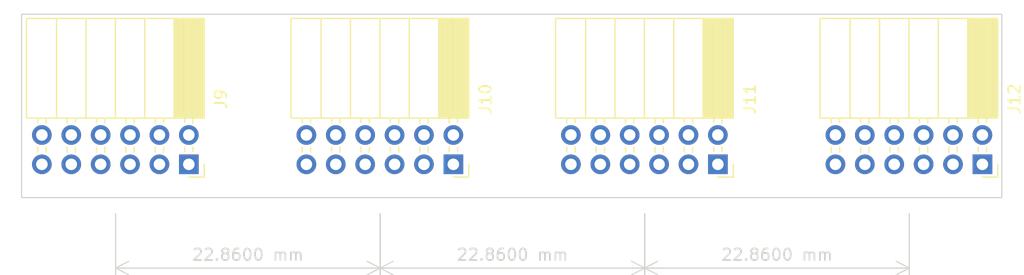
<source format=kicad_pcb>
(kicad_pcb (version 20240108) (generator "pcbnew") (generator_version "8.0")
  (layers (0 "F.Cu" signal) (31 "B.Cu" signal) (34 "B.Paste" user) (35 "F.Paste" user) (36 "B.SilkS" user "B.Silkscreen") (37 "F.SilkS" user "F.Silkscreen") (38 "B.Mask" user) (39 "F.Mask" user) (44 "Edge.Cuts" user))
  (net 0 "")
  (footprint "Connector_PinSocket_2.54mm:PinSocket_2x06_P2.54mm_Horizontal" (layer "F.Cu") (at 177.524 100.416 -90)
    (property "Reference" "J12" (at -5.65 -2.77 90) (layer "F.SilkS"))
    (property "Value" "Conn_02x06_Odd_Even")
    (fp_line (start -12.63 14.03) (end -4 14.03) (stroke (width 0.12)) (layer "F.SilkS"))
    (fp_line (start -4 13.06) (end -3.59 13.06) (stroke (width 0.12)) (layer "F.SilkS"))
    (fp_line (start -1.49 13.06) (end -1.05 13.06) (stroke (width 0.12)) (layer "F.SilkS"))
    (fp_line (start -4 12.34) (end -3.59 12.34) (stroke (width 0.12)) (layer "F.SilkS"))
    (fp_line (start -1.49 12.34) (end -1.05 12.34) (stroke (width 0.12)) (layer "F.SilkS"))
    (fp_line (start -12.63 11.43) (end -4 11.43) (stroke (width 0.12)) (layer "F.SilkS"))
    (fp_line (start -4 10.52) (end -3.59 10.52) (stroke (width 0.12)) (layer "F.SilkS"))
    (fp_line (start -1.49 10.52) (end -1.05 10.52) (stroke (width 0.12)) (layer "F.SilkS"))
    (fp_line (start -4 9.8) (end -3.59 9.8) (stroke (width 0.12)) (layer "F.SilkS"))
    (fp_line (start -1.49 9.8) (end -1.05 9.8) (stroke (width 0.12)) (layer "F.SilkS"))
    (fp_line (start -12.63 8.89) (end -4 8.89) (stroke (width 0.12)) (layer "F.SilkS"))
    (fp_line (start -4 7.98) (end -3.59 7.98) (stroke (width 0.12)) (layer "F.SilkS"))
    (fp_line (start -1.49 7.98) (end -1.05 7.98) (stroke (width 0.12)) (layer "F.SilkS"))
    (fp_line (start -4 7.26) (end -3.59 7.26) (stroke (width 0.12)) (layer "F.SilkS"))
    (fp_line (start -1.49 7.26) (end -1.05 7.26) (stroke (width 0.12)) (layer "F.SilkS"))
    (fp_line (start -12.63 6.35) (end -4 6.35) (stroke (width 0.12)) (layer "F.SilkS"))
    (fp_line (start -4 5.44) (end -3.59 5.44) (stroke (width 0.12)) (layer "F.SilkS"))
    (fp_line (start -1.49 5.44) (end -1.05 5.44) (stroke (width 0.12)) (layer "F.SilkS"))
    (fp_line (start -4 4.72) (end -3.59 4.72) (stroke (width 0.12)) (layer "F.SilkS"))
    (fp_line (start -1.49 4.72) (end -1.05 4.72) (stroke (width 0.12)) (layer "F.SilkS"))
    (fp_line (start -12.63 3.81) (end -4 3.81) (stroke (width 0.12)) (layer "F.SilkS"))
    (fp_line (start -4 2.9) (end -3.59 2.9) (stroke (width 0.12)) (layer "F.SilkS"))
    (fp_line (start -1.49 2.9) (end -1.05 2.9) (stroke (width 0.12)) (layer "F.SilkS"))
    (fp_line (start -4 2.18) (end -3.59 2.18) (stroke (width 0.12)) (layer "F.SilkS"))
    (fp_line (start -1.49 2.18) (end -1.05 2.18) (stroke (width 0.12)) (layer "F.SilkS"))
    (fp_line (start -12.63 1.27) (end -4 1.27) (stroke (width 0.12)) (layer "F.SilkS"))
    (fp_line (start -12.63 1.1519) (end -4 1.1519) (stroke (width 0.12)) (layer "F.SilkS"))
    (fp_line (start -12.63 1.033805) (end -4 1.033805) (stroke (width 0.12)) (layer "F.SilkS"))
    (fp_line (start -12.63 0.91571) (end -4 0.91571) (stroke (width 0.12)) (layer "F.SilkS"))
    (fp_line (start -12.63 0.797615) (end -4 0.797615) (stroke (width 0.12)) (layer "F.SilkS"))
    (fp_line (start -12.63 0.67952) (end -4 0.67952) (stroke (width 0.12)) (layer "F.SilkS"))
    (fp_line (start -12.63 0.561425) (end -4 0.561425) (stroke (width 0.12)) (layer "F.SilkS"))
    (fp_line (start -12.63 0.44333) (end -4 0.44333) (stroke (width 0.12)) (layer "F.SilkS"))
    (fp_line (start -4 0.36) (end -3.59 0.36) (stroke (width 0.12)) (layer "F.SilkS"))
    (fp_line (start -1.49 0.36) (end -1.11 0.36) (stroke (width 0.12)) (layer "F.SilkS"))
    (fp_line (start -12.63 0.325235) (end -4 0.325235) (stroke (width 0.12)) (layer "F.SilkS"))
    (fp_line (start -12.63 0.20714) (end -4 0.20714) (stroke (width 0.12)) (layer "F.SilkS"))
    (fp_line (start -12.63 0.089045) (end -4 0.089045) (stroke (width 0.12)) (layer "F.SilkS"))
    (fp_line (start -12.63 -0.02905) (end -4 -0.02905) (stroke (width 0.12)) (layer "F.SilkS"))
    (fp_line (start -12.63 -0.147145) (end -4 -0.147145) (stroke (width 0.12)) (layer "F.SilkS"))
    (fp_line (start -12.63 -0.26524) (end -4 -0.26524) (stroke (width 0.12)) (layer "F.SilkS"))
    (fp_line (start -4 -0.36) (end -3.59 -0.36) (stroke (width 0.12)) (layer "F.SilkS"))
    (fp_line (start -1.49 -0.36) (end -1.11 -0.36) (stroke (width 0.12)) (layer "F.SilkS"))
    (fp_line (start -12.63 -0.383335) (end -4 -0.383335) (stroke (width 0.12)) (layer "F.SilkS"))
    (fp_line (start -12.63 -0.50143) (end -4 -0.50143) (stroke (width 0.12)) (layer "F.SilkS"))
    (fp_line (start -12.63 -0.619525) (end -4 -0.619525) (stroke (width 0.12)) (layer "F.SilkS"))
    (fp_line (start -12.63 -0.73762) (end -4 -0.73762) (stroke (width 0.12)) (layer "F.SilkS"))
    (fp_line (start -12.63 -0.855715) (end -4 -0.855715) (stroke (width 0.12)) (layer "F.SilkS"))
    (fp_line (start -12.63 -0.97381) (end -4 -0.97381) (stroke (width 0.12)) (layer "F.SilkS"))
    (fp_line (start -12.63 -1.091905) (end -4 -1.091905) (stroke (width 0.12)) (layer "F.SilkS"))
    (fp_line (start -12.63 -1.21) (end -4 -1.21) (stroke (width 0.12)) (layer "F.SilkS"))
    (fp_line (start -12.63 -1.33) (end -12.63 14.03) (stroke (width 0.12)) (layer "F.SilkS"))
    (fp_line (start -12.63 -1.33) (end -4 -1.33) (stroke (width 0.12)) (layer "F.SilkS"))
    (fp_line (start -4 -1.33) (end -4 14.03) (stroke (width 0.12)) (layer "F.SilkS"))
    (fp_line (start 0 -1.33) (end 1.11 -1.33) (stroke (width 0.12)) (layer "F.SilkS"))
    (fp_line (start 1.11 -1.33) (end 1.11 0) (stroke (width 0.12)) (layer "F.SilkS"))
    (pad "1" thru_hole rect (at 0 0 270) (size 1.7 1.7) (drill 1) (layers "*.Cu" "*.Mask"))
    (pad "2" thru_hole oval (at -2.54 0 270) (size 1.7 1.7) (drill 1) (layers "*.Cu" "*.Mask"))
    (pad "3" thru_hole oval (at 0 2.54 270) (size 1.7 1.7) (drill 1) (layers "*.Cu" "*.Mask"))
    (pad "4" thru_hole oval (at -2.54 2.54 270) (size 1.7 1.7) (drill 1) (layers "*.Cu" "*.Mask"))
    (pad "5" thru_hole oval (at 0 5.08 270) (size 1.7 1.7) (drill 1) (layers "*.Cu" "*.Mask"))
    (pad "6" thru_hole oval (at -2.54 5.08 270) (size 1.7 1.7) (drill 1) (layers "*.Cu" "*.Mask"))
    (pad "7" thru_hole oval (at 0 7.62 270) (size 1.7 1.7) (drill 1) (layers "*.Cu" "*.Mask"))
    (pad "8" thru_hole oval (at -2.54 7.62 270) (size 1.7 1.7) (drill 1) (layers "*.Cu" "*.Mask"))
    (pad "9" thru_hole oval (at 0 10.16 270) (size 1.7 1.7) (drill 1) (layers "*.Cu" "*.Mask"))
    (pad "10" thru_hole oval (at -2.54 10.16 270) (size 1.7 1.7) (drill 1) (layers "*.Cu" "*.Mask"))
    (pad "11" thru_hole oval (at 0 12.7 270) (size 1.7 1.7) (drill 1) (layers "*.Cu" "*.Mask"))
    (pad "12" thru_hole oval (at -2.54 12.7 270) (size 1.7 1.7) (drill 1) (layers "*.Cu" "*.Mask"))
  )
  (footprint "Connector_PinSocket_2.54mm:PinSocket_2x06_P2.54mm_Horizontal" (layer "F.Cu") (at 154.664 100.416 -90)
    (property "Reference" "J11" (at -5.65 -2.77 90) (layer "F.SilkS"))
    (property "Value" "Conn_02x06_Odd_Even")
    (fp_line (start -12.63 14.03) (end -4 14.03) (stroke (width 0.12)) (layer "F.SilkS"))
    (fp_line (start -4 13.06) (end -3.59 13.06) (stroke (width 0.12)) (layer "F.SilkS"))
    (fp_line (start -1.49 13.06) (end -1.05 13.06) (stroke (width 0.12)) (layer "F.SilkS"))
    (fp_line (start -4 12.34) (end -3.59 12.34) (stroke (width 0.12)) (layer "F.SilkS"))
    (fp_line (start -1.49 12.34) (end -1.05 12.34) (stroke (width 0.12)) (layer "F.SilkS"))
    (fp_line (start -12.63 11.43) (end -4 11.43) (stroke (width 0.12)) (layer "F.SilkS"))
    (fp_line (start -4 10.52) (end -3.59 10.52) (stroke (width 0.12)) (layer "F.SilkS"))
    (fp_line (start -1.49 10.52) (end -1.05 10.52) (stroke (width 0.12)) (layer "F.SilkS"))
    (fp_line (start -4 9.8) (end -3.59 9.8) (stroke (width 0.12)) (layer "F.SilkS"))
    (fp_line (start -1.49 9.8) (end -1.05 9.8) (stroke (width 0.12)) (layer "F.SilkS"))
    (fp_line (start -12.63 8.89) (end -4 8.89) (stroke (width 0.12)) (layer "F.SilkS"))
    (fp_line (start -4 7.98) (end -3.59 7.98) (stroke (width 0.12)) (layer "F.SilkS"))
    (fp_line (start -1.49 7.98) (end -1.05 7.98) (stroke (width 0.12)) (layer "F.SilkS"))
    (fp_line (start -4 7.26) (end -3.59 7.26) (stroke (width 0.12)) (layer "F.SilkS"))
    (fp_line (start -1.49 7.26) (end -1.05 7.26) (stroke (width 0.12)) (layer "F.SilkS"))
    (fp_line (start -12.63 6.35) (end -4 6.35) (stroke (width 0.12)) (layer "F.SilkS"))
    (fp_line (start -4 5.44) (end -3.59 5.44) (stroke (width 0.12)) (layer "F.SilkS"))
    (fp_line (start -1.49 5.44) (end -1.05 5.44) (stroke (width 0.12)) (layer "F.SilkS"))
    (fp_line (start -4 4.72) (end -3.59 4.72) (stroke (width 0.12)) (layer "F.SilkS"))
    (fp_line (start -1.49 4.72) (end -1.05 4.72) (stroke (width 0.12)) (layer "F.SilkS"))
    (fp_line (start -12.63 3.81) (end -4 3.81) (stroke (width 0.12)) (layer "F.SilkS"))
    (fp_line (start -4 2.9) (end -3.59 2.9) (stroke (width 0.12)) (layer "F.SilkS"))
    (fp_line (start -1.49 2.9) (end -1.05 2.9) (stroke (width 0.12)) (layer "F.SilkS"))
    (fp_line (start -4 2.18) (end -3.59 2.18) (stroke (width 0.12)) (layer "F.SilkS"))
    (fp_line (start -1.49 2.18) (end -1.05 2.18) (stroke (width 0.12)) (layer "F.SilkS"))
    (fp_line (start -12.63 1.27) (end -4 1.27) (stroke (width 0.12)) (layer "F.SilkS"))
    (fp_line (start -12.63 1.1519) (end -4 1.1519) (stroke (width 0.12)) (layer "F.SilkS"))
    (fp_line (start -12.63 1.033805) (end -4 1.033805) (stroke (width 0.12)) (layer "F.SilkS"))
    (fp_line (start -12.63 0.91571) (end -4 0.91571) (stroke (width 0.12)) (layer "F.SilkS"))
    (fp_line (start -12.63 0.797615) (end -4 0.797615) (stroke (width 0.12)) (layer "F.SilkS"))
    (fp_line (start -12.63 0.67952) (end -4 0.67952) (stroke (width 0.12)) (layer "F.SilkS"))
    (fp_line (start -12.63 0.561425) (end -4 0.561425) (stroke (width 0.12)) (layer "F.SilkS"))
    (fp_line (start -12.63 0.44333) (end -4 0.44333) (stroke (width 0.12)) (layer "F.SilkS"))
    (fp_line (start -4 0.36) (end -3.59 0.36) (stroke (width 0.12)) (layer "F.SilkS"))
    (fp_line (start -1.49 0.36) (end -1.11 0.36) (stroke (width 0.12)) (layer "F.SilkS"))
    (fp_line (start -12.63 0.325235) (end -4 0.325235) (stroke (width 0.12)) (layer "F.SilkS"))
    (fp_line (start -12.63 0.20714) (end -4 0.20714) (stroke (width 0.12)) (layer "F.SilkS"))
    (fp_line (start -12.63 0.089045) (end -4 0.089045) (stroke (width 0.12)) (layer "F.SilkS"))
    (fp_line (start -12.63 -0.02905) (end -4 -0.02905) (stroke (width 0.12)) (layer "F.SilkS"))
    (fp_line (start -12.63 -0.147145) (end -4 -0.147145) (stroke (width 0.12)) (layer "F.SilkS"))
    (fp_line (start -12.63 -0.26524) (end -4 -0.26524) (stroke (width 0.12)) (layer "F.SilkS"))
    (fp_line (start -4 -0.36) (end -3.59 -0.36) (stroke (width 0.12)) (layer "F.SilkS"))
    (fp_line (start -1.49 -0.36) (end -1.11 -0.36) (stroke (width 0.12)) (layer "F.SilkS"))
    (fp_line (start -12.63 -0.383335) (end -4 -0.383335) (stroke (width 0.12)) (layer "F.SilkS"))
    (fp_line (start -12.63 -0.50143) (end -4 -0.50143) (stroke (width 0.12)) (layer "F.SilkS"))
    (fp_line (start -12.63 -0.619525) (end -4 -0.619525) (stroke (width 0.12)) (layer "F.SilkS"))
    (fp_line (start -12.63 -0.73762) (end -4 -0.73762) (stroke (width 0.12)) (layer "F.SilkS"))
    (fp_line (start -12.63 -0.855715) (end -4 -0.855715) (stroke (width 0.12)) (layer "F.SilkS"))
    (fp_line (start -12.63 -0.97381) (end -4 -0.97381) (stroke (width 0.12)) (layer "F.SilkS"))
    (fp_line (start -12.63 -1.091905) (end -4 -1.091905) (stroke (width 0.12)) (layer "F.SilkS"))
    (fp_line (start -12.63 -1.21) (end -4 -1.21) (stroke (width 0.12)) (layer "F.SilkS"))
    (fp_line (start -12.63 -1.33) (end -12.63 14.03) (stroke (width 0.12)) (layer "F.SilkS"))
    (fp_line (start -12.63 -1.33) (end -4 -1.33) (stroke (width 0.12)) (layer "F.SilkS"))
    (fp_line (start -4 -1.33) (end -4 14.03) (stroke (width 0.12)) (layer "F.SilkS"))
    (fp_line (start 0 -1.33) (end 1.11 -1.33) (stroke (width 0.12)) (layer "F.SilkS"))
    (fp_line (start 1.11 -1.33) (end 1.11 0) (stroke (width 0.12)) (layer "F.SilkS"))
    (pad "1" thru_hole rect (at 0 0 270) (size 1.7 1.7) (drill 1) (layers "*.Cu" "*.Mask"))
    (pad "2" thru_hole oval (at -2.54 0 270) (size 1.7 1.7) (drill 1) (layers "*.Cu" "*.Mask"))
    (pad "3" thru_hole oval (at 0 2.54 270) (size 1.7 1.7) (drill 1) (layers "*.Cu" "*.Mask"))
    (pad "4" thru_hole oval (at -2.54 2.54 270) (size 1.7 1.7) (drill 1) (layers "*.Cu" "*.Mask"))
    (pad "5" thru_hole oval (at 0 5.08 270) (size 1.7 1.7) (drill 1) (layers "*.Cu" "*.Mask"))
    (pad "6" thru_hole oval (at -2.54 5.08 270) (size 1.7 1.7) (drill 1) (layers "*.Cu" "*.Mask"))
    (pad "7" thru_hole oval (at 0 7.62 270) (size 1.7 1.7) (drill 1) (layers "*.Cu" "*.Mask"))
    (pad "8" thru_hole oval (at -2.54 7.62 270) (size 1.7 1.7) (drill 1) (layers "*.Cu" "*.Mask"))
    (pad "9" thru_hole oval (at 0 10.16 270) (size 1.7 1.7) (drill 1) (layers "*.Cu" "*.Mask"))
    (pad "10" thru_hole oval (at -2.54 10.16 270) (size 1.7 1.7) (drill 1) (layers "*.Cu" "*.Mask"))
    (pad "11" thru_hole oval (at 0 12.7 270) (size 1.7 1.7) (drill 1) (layers "*.Cu" "*.Mask"))
    (pad "12" thru_hole oval (at -2.54 12.7 270) (size 1.7 1.7) (drill 1) (layers "*.Cu" "*.Mask"))
  )
  (footprint "Connector_PinSocket_2.54mm:PinSocket_2x06_P2.54mm_Horizontal" (layer "F.Cu") (at 108.944 100.416 -90)
    (property "Reference" "J9" (at -5.65 -2.77 90) (layer "F.SilkS"))
    (property "Value" "Conn_02x06_Odd_Even")
    (fp_line (start -12.63 14.03) (end -4 14.03) (stroke (width 0.12)) (layer "F.SilkS"))
    (fp_line (start -4 13.06) (end -3.59 13.06) (stroke (width 0.12)) (layer "F.SilkS"))
    (fp_line (start -1.49 13.06) (end -1.05 13.06) (stroke (width 0.12)) (layer "F.SilkS"))
    (fp_line (start -4 12.34) (end -3.59 12.34) (stroke (width 0.12)) (layer "F.SilkS"))
    (fp_line (start -1.49 12.34) (end -1.05 12.34) (stroke (width 0.12)) (layer "F.SilkS"))
    (fp_line (start -12.63 11.43) (end -4 11.43) (stroke (width 0.12)) (layer "F.SilkS"))
    (fp_line (start -4 10.52) (end -3.59 10.52) (stroke (width 0.12)) (layer "F.SilkS"))
    (fp_line (start -1.49 10.52) (end -1.05 10.52) (stroke (width 0.12)) (layer "F.SilkS"))
    (fp_line (start -4 9.8) (end -3.59 9.8) (stroke (width 0.12)) (layer "F.SilkS"))
    (fp_line (start -1.49 9.8) (end -1.05 9.8) (stroke (width 0.12)) (layer "F.SilkS"))
    (fp_line (start -12.63 8.89) (end -4 8.89) (stroke (width 0.12)) (layer "F.SilkS"))
    (fp_line (start -4 7.98) (end -3.59 7.98) (stroke (width 0.12)) (layer "F.SilkS"))
    (fp_line (start -1.49 7.98) (end -1.05 7.98) (stroke (width 0.12)) (layer "F.SilkS"))
    (fp_line (start -4 7.26) (end -3.59 7.26) (stroke (width 0.12)) (layer "F.SilkS"))
    (fp_line (start -1.49 7.26) (end -1.05 7.26) (stroke (width 0.12)) (layer "F.SilkS"))
    (fp_line (start -12.63 6.35) (end -4 6.35) (stroke (width 0.12)) (layer "F.SilkS"))
    (fp_line (start -4 5.44) (end -3.59 5.44) (stroke (width 0.12)) (layer "F.SilkS"))
    (fp_line (start -1.49 5.44) (end -1.05 5.44) (stroke (width 0.12)) (layer "F.SilkS"))
    (fp_line (start -4 4.72) (end -3.59 4.72) (stroke (width 0.12)) (layer "F.SilkS"))
    (fp_line (start -1.49 4.72) (end -1.05 4.72) (stroke (width 0.12)) (layer "F.SilkS"))
    (fp_line (start -12.63 3.81) (end -4 3.81) (stroke (width 0.12)) (layer "F.SilkS"))
    (fp_line (start -4 2.9) (end -3.59 2.9) (stroke (width 0.12)) (layer "F.SilkS"))
    (fp_line (start -1.49 2.9) (end -1.05 2.9) (stroke (width 0.12)) (layer "F.SilkS"))
    (fp_line (start -4 2.18) (end -3.59 2.18) (stroke (width 0.12)) (layer "F.SilkS"))
    (fp_line (start -1.49 2.18) (end -1.05 2.18) (stroke (width 0.12)) (layer "F.SilkS"))
    (fp_line (start -12.63 1.27) (end -4 1.27) (stroke (width 0.12)) (layer "F.SilkS"))
    (fp_line (start -12.63 1.1519) (end -4 1.1519) (stroke (width 0.12)) (layer "F.SilkS"))
    (fp_line (start -12.63 1.033805) (end -4 1.033805) (stroke (width 0.12)) (layer "F.SilkS"))
    (fp_line (start -12.63 0.91571) (end -4 0.91571) (stroke (width 0.12)) (layer "F.SilkS"))
    (fp_line (start -12.63 0.797615) (end -4 0.797615) (stroke (width 0.12)) (layer "F.SilkS"))
    (fp_line (start -12.63 0.67952) (end -4 0.67952) (stroke (width 0.12)) (layer "F.SilkS"))
    (fp_line (start -12.63 0.561425) (end -4 0.561425) (stroke (width 0.12)) (layer "F.SilkS"))
    (fp_line (start -12.63 0.44333) (end -4 0.44333) (stroke (width 0.12)) (layer "F.SilkS"))
    (fp_line (start -4 0.36) (end -3.59 0.36) (stroke (width 0.12)) (layer "F.SilkS"))
    (fp_line (start -1.49 0.36) (end -1.11 0.36) (stroke (width 0.12)) (layer "F.SilkS"))
    (fp_line (start -12.63 0.325235) (end -4 0.325235) (stroke (width 0.12)) (layer "F.SilkS"))
    (fp_line (start -12.63 0.20714) (end -4 0.20714) (stroke (width 0.12)) (layer "F.SilkS"))
    (fp_line (start -12.63 0.089045) (end -4 0.089045) (stroke (width 0.12)) (layer "F.SilkS"))
    (fp_line (start -12.63 -0.02905) (end -4 -0.02905) (stroke (width 0.12)) (layer "F.SilkS"))
    (fp_line (start -12.63 -0.147145) (end -4 -0.147145) (stroke (width 0.12)) (layer "F.SilkS"))
    (fp_line (start -12.63 -0.26524) (end -4 -0.26524) (stroke (width 0.12)) (layer "F.SilkS"))
    (fp_line (start -4 -0.36) (end -3.59 -0.36) (stroke (width 0.12)) (layer "F.SilkS"))
    (fp_line (start -1.49 -0.36) (end -1.11 -0.36) (stroke (width 0.12)) (layer "F.SilkS"))
    (fp_line (start -12.63 -0.383335) (end -4 -0.383335) (stroke (width 0.12)) (layer "F.SilkS"))
    (fp_line (start -12.63 -0.50143) (end -4 -0.50143) (stroke (width 0.12)) (layer "F.SilkS"))
    (fp_line (start -12.63 -0.619525) (end -4 -0.619525) (stroke (width 0.12)) (layer "F.SilkS"))
    (fp_line (start -12.63 -0.73762) (end -4 -0.73762) (stroke (width 0.12)) (layer "F.SilkS"))
    (fp_line (start -12.63 -0.855715) (end -4 -0.855715) (stroke (width 0.12)) (layer "F.SilkS"))
    (fp_line (start -12.63 -0.97381) (end -4 -0.97381) (stroke (width 0.12)) (layer "F.SilkS"))
    (fp_line (start -12.63 -1.091905) (end -4 -1.091905) (stroke (width 0.12)) (layer "F.SilkS"))
    (fp_line (start -12.63 -1.21) (end -4 -1.21) (stroke (width 0.12)) (layer "F.SilkS"))
    (fp_line (start -12.63 -1.33) (end -12.63 14.03) (stroke (width 0.12)) (layer "F.SilkS"))
    (fp_line (start -12.63 -1.33) (end -4 -1.33) (stroke (width 0.12)) (layer "F.SilkS"))
    (fp_line (start -4 -1.33) (end -4 14.03) (stroke (width 0.12)) (layer "F.SilkS"))
    (fp_line (start 0 -1.33) (end 1.11 -1.33) (stroke (width 0.12)) (layer "F.SilkS"))
    (fp_line (start 1.11 -1.33) (end 1.11 0) (stroke (width 0.12)) (layer "F.SilkS"))
    (pad "1" thru_hole rect (at 0 0 270) (size 1.7 1.7) (drill 1) (layers "*.Cu" "*.Mask"))
    (pad "2" thru_hole oval (at -2.54 0 270) (size 1.7 1.7) (drill 1) (layers "*.Cu" "*.Mask"))
    (pad "3" thru_hole oval (at 0 2.54 270) (size 1.7 1.7) (drill 1) (layers "*.Cu" "*.Mask"))
    (pad "4" thru_hole oval (at -2.54 2.54 270) (size 1.7 1.7) (drill 1) (layers "*.Cu" "*.Mask"))
    (pad "5" thru_hole oval (at 0 5.08 270) (size 1.7 1.7) (drill 1) (layers "*.Cu" "*.Mask"))
    (pad "6" thru_hole oval (at -2.54 5.08 270) (size 1.7 1.7) (drill 1) (layers "*.Cu" "*.Mask"))
    (pad "7" thru_hole oval (at 0 7.62 270) (size 1.7 1.7) (drill 1) (layers "*.Cu" "*.Mask"))
    (pad "8" thru_hole oval (at -2.54 7.62 270) (size 1.7 1.7) (drill 1) (layers "*.Cu" "*.Mask"))
    (pad "9" thru_hole oval (at 0 10.16 270) (size 1.7 1.7) (drill 1) (layers "*.Cu" "*.Mask"))
    (pad "10" thru_hole oval (at -2.54 10.16 270) (size 1.7 1.7) (drill 1) (layers "*.Cu" "*.Mask"))
    (pad "11" thru_hole oval (at 0 12.7 270) (size 1.7 1.7) (drill 1) (layers "*.Cu" "*.Mask"))
    (pad "12" thru_hole oval (at -2.54 12.7 270) (size 1.7 1.7) (drill 1) (layers "*.Cu" "*.Mask"))
  )
  (footprint "Connector_PinSocket_2.54mm:PinSocket_2x06_P2.54mm_Horizontal" (layer "F.Cu") (at 131.804 100.416 -90)
    (property "Reference" "J10" (at -5.65 -2.77 90) (layer "F.SilkS"))
    (property "Value" "Conn_02x06_Odd_Even")
    (fp_line (start -12.63 14.03) (end -4 14.03) (stroke (width 0.12)) (layer "F.SilkS"))
    (fp_line (start -4 13.06) (end -3.59 13.06) (stroke (width 0.12)) (layer "F.SilkS"))
    (fp_line (start -1.49 13.06) (end -1.05 13.06) (stroke (width 0.12)) (layer "F.SilkS"))
    (fp_line (start -4 12.34) (end -3.59 12.34) (stroke (width 0.12)) (layer "F.SilkS"))
    (fp_line (start -1.49 12.34) (end -1.05 12.34) (stroke (width 0.12)) (layer "F.SilkS"))
    (fp_line (start -12.63 11.43) (end -4 11.43) (stroke (width 0.12)) (layer "F.SilkS"))
    (fp_line (start -4 10.52) (end -3.59 10.52) (stroke (width 0.12)) (layer "F.SilkS"))
    (fp_line (start -1.49 10.52) (end -1.05 10.52) (stroke (width 0.12)) (layer "F.SilkS"))
    (fp_line (start -4 9.8) (end -3.59 9.8) (stroke (width 0.12)) (layer "F.SilkS"))
    (fp_line (start -1.49 9.8) (end -1.05 9.8) (stroke (width 0.12)) (layer "F.SilkS"))
    (fp_line (start -12.63 8.89) (end -4 8.89) (stroke (width 0.12)) (layer "F.SilkS"))
    (fp_line (start -4 7.98) (end -3.59 7.98) (stroke (width 0.12)) (layer "F.SilkS"))
    (fp_line (start -1.49 7.98) (end -1.05 7.98) (stroke (width 0.12)) (layer "F.SilkS"))
    (fp_line (start -4 7.26) (end -3.59 7.26) (stroke (width 0.12)) (layer "F.SilkS"))
    (fp_line (start -1.49 7.26) (end -1.05 7.26) (stroke (width 0.12)) (layer "F.SilkS"))
    (fp_line (start -12.63 6.35) (end -4 6.35) (stroke (width 0.12)) (layer "F.SilkS"))
    (fp_line (start -4 5.44) (end -3.59 5.44) (stroke (width 0.12)) (layer "F.SilkS"))
    (fp_line (start -1.49 5.44) (end -1.05 5.44) (stroke (width 0.12)) (layer "F.SilkS"))
    (fp_line (start -4 4.72) (end -3.59 4.72) (stroke (width 0.12)) (layer "F.SilkS"))
    (fp_line (start -1.49 4.72) (end -1.05 4.72) (stroke (width 0.12)) (layer "F.SilkS"))
    (fp_line (start -12.63 3.81) (end -4 3.81) (stroke (width 0.12)) (layer "F.SilkS"))
    (fp_line (start -4 2.9) (end -3.59 2.9) (stroke (width 0.12)) (layer "F.SilkS"))
    (fp_line (start -1.49 2.9) (end -1.05 2.9) (stroke (width 0.12)) (layer "F.SilkS"))
    (fp_line (start -4 2.18) (end -3.59 2.18) (stroke (width 0.12)) (layer "F.SilkS"))
    (fp_line (start -1.49 2.18) (end -1.05 2.18) (stroke (width 0.12)) (layer "F.SilkS"))
    (fp_line (start -12.63 1.27) (end -4 1.27) (stroke (width 0.12)) (layer "F.SilkS"))
    (fp_line (start -12.63 1.1519) (end -4 1.1519) (stroke (width 0.12)) (layer "F.SilkS"))
    (fp_line (start -12.63 1.033805) (end -4 1.033805) (stroke (width 0.12)) (layer "F.SilkS"))
    (fp_line (start -12.63 0.91571) (end -4 0.91571) (stroke (width 0.12)) (layer "F.SilkS"))
    (fp_line (start -12.63 0.797615) (end -4 0.797615) (stroke (width 0.12)) (layer "F.SilkS"))
    (fp_line (start -12.63 0.67952) (end -4 0.67952) (stroke (width 0.12)) (layer "F.SilkS"))
    (fp_line (start -12.63 0.561425) (end -4 0.561425) (stroke (width 0.12)) (layer "F.SilkS"))
    (fp_line (start -12.63 0.44333) (end -4 0.44333) (stroke (width 0.12)) (layer "F.SilkS"))
    (fp_line (start -4 0.36) (end -3.59 0.36) (stroke (width 0.12)) (layer "F.SilkS"))
    (fp_line (start -1.49 0.36) (end -1.11 0.36) (stroke (width 0.12)) (layer "F.SilkS"))
    (fp_line (start -12.63 0.325235) (end -4 0.325235) (stroke (width 0.12)) (layer "F.SilkS"))
    (fp_line (start -12.63 0.20714) (end -4 0.20714) (stroke (width 0.12)) (layer "F.SilkS"))
    (fp_line (start -12.63 0.089045) (end -4 0.089045) (stroke (width 0.12)) (layer "F.SilkS"))
    (fp_line (start -12.63 -0.02905) (end -4 -0.02905) (stroke (width 0.12)) (layer "F.SilkS"))
    (fp_line (start -12.63 -0.147145) (end -4 -0.147145) (stroke (width 0.12)) (layer "F.SilkS"))
    (fp_line (start -12.63 -0.26524) (end -4 -0.26524) (stroke (width 0.12)) (layer "F.SilkS"))
    (fp_line (start -4 -0.36) (end -3.59 -0.36) (stroke (width 0.12)) (layer "F.SilkS"))
    (fp_line (start -1.49 -0.36) (end -1.11 -0.36) (stroke (width 0.12)) (layer "F.SilkS"))
    (fp_line (start -12.63 -0.383335) (end -4 -0.383335) (stroke (width 0.12)) (layer "F.SilkS"))
    (fp_line (start -12.63 -0.50143) (end -4 -0.50143) (stroke (width 0.12)) (layer "F.SilkS"))
    (fp_line (start -12.63 -0.619525) (end -4 -0.619525) (stroke (width 0.12)) (layer "F.SilkS"))
    (fp_line (start -12.63 -0.73762) (end -4 -0.73762) (stroke (width 0.12)) (layer "F.SilkS"))
    (fp_line (start -12.63 -0.855715) (end -4 -0.855715) (stroke (width 0.12)) (layer "F.SilkS"))
    (fp_line (start -12.63 -0.97381) (end -4 -0.97381) (stroke (width 0.12)) (layer "F.SilkS"))
    (fp_line (start -12.63 -1.091905) (end -4 -1.091905) (stroke (width 0.12)) (layer "F.SilkS"))
    (fp_line (start -12.63 -1.21) (end -4 -1.21) (stroke (width 0.12)) (layer "F.SilkS"))
    (fp_line (start -12.63 -1.33) (end -12.63 14.03) (stroke (width 0.12)) (layer "F.SilkS"))
    (fp_line (start -12.63 -1.33) (end -4 -1.33) (stroke (width 0.12)) (layer "F.SilkS"))
    (fp_line (start -4 -1.33) (end -4 14.03) (stroke (width 0.12)) (layer "F.SilkS"))
    (fp_line (start 0 -1.33) (end 1.11 -1.33) (stroke (width 0.12)) (layer "F.SilkS"))
    (fp_line (start 1.11 -1.33) (end 1.11 0) (stroke (width 0.12)) (layer "F.SilkS"))
    (pad "1" thru_hole rect (at 0 0 270) (size 1.7 1.7) (drill 1) (layers "*.Cu" "*.Mask"))
    (pad "2" thru_hole oval (at -2.54 0 270) (size 1.7 1.7) (drill 1) (layers "*.Cu" "*.Mask"))
    (pad "3" thru_hole oval (at 0 2.54 270) (size 1.7 1.7) (drill 1) (layers "*.Cu" "*.Mask"))
    (pad "4" thru_hole oval (at -2.54 2.54 270) (size 1.7 1.7) (drill 1) (layers "*.Cu" "*.Mask"))
    (pad "5" thru_hole oval (at 0 5.08 270) (size 1.7 1.7) (drill 1) (layers "*.Cu" "*.Mask"))
    (pad "6" thru_hole oval (at -2.54 5.08 270) (size 1.7 1.7) (drill 1) (layers "*.Cu" "*.Mask"))
    (pad "7" thru_hole oval (at 0 7.62 270) (size 1.7 1.7) (drill 1) (layers "*.Cu" "*.Mask"))
    (pad "8" thru_hole oval (at -2.54 7.62 270) (size 1.7 1.7) (drill 1) (layers "*.Cu" "*.Mask"))
    (pad "9" thru_hole oval (at 0 10.16 270) (size 1.7 1.7) (drill 1) (layers "*.Cu" "*.Mask"))
    (pad "10" thru_hole oval (at -2.54 10.16 270) (size 1.7 1.7) (drill 1) (layers "*.Cu" "*.Mask"))
    (pad "11" thru_hole oval (at 0 12.7 270) (size 1.7 1.7) (drill 1) (layers "*.Cu" "*.Mask"))
    (pad "12" thru_hole oval (at -2.54 12.7 270) (size 1.7 1.7) (drill 1) (layers "*.Cu" "*.Mask"))
  )
  (gr_rect (start 94.491 87.425) (end 179.2 103.3) (stroke (width 0.1)) (fill none) (layer "Edge.Cuts"))
  (dimension (type aligned) (layer "Edge.Cuts") (pts (xy 125.479 104.189) (xy 148.339 104.189)) (height 5.207) (gr_text "22.8600 mm" (at 136.909 108.246 0) (layer "Edge.Cuts") (effects (font (size 1 1) (thickness 0.15)))) (format (prefix "") (suffix "") (units 3) (units_format 1) (precision 4)) (style (thickness 0.1) (arrow_length 1.27) (text_position_mode 0) (extension_height 0.58642) (extension_offset 0.5) keep_text_aligned))
  (dimension (type aligned) (layer "Edge.Cuts") (pts (xy 148.339 104.189) (xy 171.199 104.189)) (height 5.207) (gr_text "22.8600 mm" (at 159.769 108.246 0) (layer "Edge.Cuts") (effects (font (size 1 1) (thickness 0.15)))) (format (prefix "") (suffix "") (units 3) (units_format 1) (precision 4)) (style (thickness 0.1) (arrow_length 1.27) (text_position_mode 0) (extension_height 0.58642) (extension_offset 0.5) keep_text_aligned))
  (dimension (type aligned) (layer "Edge.Cuts") (pts (xy 102.619 104.189) (xy 125.479 104.189)) (height 5.207) (gr_text "22.8600 mm" (at 114.049 108.246 0) (layer "Edge.Cuts") (effects (font (size 1 1) (thickness 0.15)))) (format (prefix "") (suffix "") (units 3) (units_format 1) (precision 4)) (style (thickness 0.1) (arrow_length 1.27) (text_position_mode 0) (extension_height 0.58642) (extension_offset 0.5) keep_text_aligned))
)
</source>
